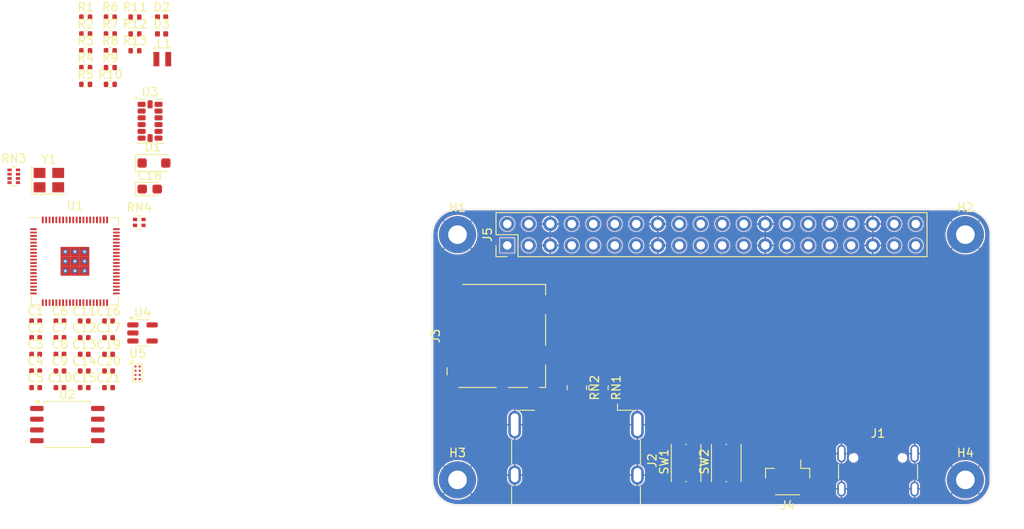
<source format=kicad_pcb>
(kicad_pcb (version 20240108) (generator "pcbnew") (generator_version "8.0")
  (layers (0 "F.Cu" signal) (31 "B.Cu" signal) (34 "B.Paste" user) (35 "F.Paste" user) (36 "B.SilkS" user "B.Silkscreen") (37 "F.SilkS" user "F.Silkscreen") (38 "B.Mask" user) (39 "F.Mask" user) (44 "Edge.Cuts" user))
  (net 0 "")
  (net 1 "+3.3V")
  (net 2 "GND")
  (net 3 "+1V1")
  (net 4 "/VREG_AVDD")
  (net 5 "Net-(U1-XIN)")
  (net 6 "Net-(U1-XOUT)")
  (net 7 "Net-(U4-BP)")
  (net 8 "VSYS")
  (net 9 "+3V3")
  (net 10 "VBUS")
  (net 11 "Net-(D2-A)")
  (net 12 "Net-(D3-A)")
  (net 15 "Net-(J1-CC2)")
  (net 16 "/USB_DM")
  (net 17 "/USB_DP")
  (net 18 "Net-(J1-CC1)")
  (net 19 "Net-(J2-D2+)")
  (net 20 "Net-(J2-D1+)")
  (net 21 "Net-(J2-D0+)")
  (net 23 "Net-(J2-CK+)")
  (net 24 "Net-(J2-SCL)")
  (net 25 "Net-(J2-D0-)")
  (net 26 "/DVI_CEC")
  (net 27 "Net-(J2-D2-)")
  (net 28 "Net-(J2-D1-)")
  (net 29 "Net-(J2-SDA)")
  (net 30 "Net-(J2-CK-)")
  (net 31 "Net-(J2-HPD)")
  (net 32 "/TF_CMD")
  (net 34 "/TF_CLK")
  (net 36 "/TF_D3")
  (net 37 "/TF_D1")
  (net 38 "/TF_D2")
  (net 39 "/TF_D0")
  (net 40 "/DBG_CLK")
  (net 41 "/DBG_DAT")
  (net 42 "/P40")
  (net 43 "/P33")
  (net 44 "/P4")
  (net 45 "/P41")
  (net 46 "/P28")
  (net 47 "/P47")
  (net 48 "/P2")
  (net 49 "/P37")
  (net 50 "/P0")
  (net 51 "/P35")
  (net 52 "/P38")
  (net 53 "/P5")
  (net 54 "/P32")
  (net 55 "/P30")
  (net 56 "/P31")
  (net 57 "/P34")
  (net 58 "/P42")
  (net 59 "/P3")
  (net 60 "/P45")
  (net 61 "/P1")
  (net 62 "/P7")
  (net 63 "/P6")
  (net 65 "/P43")
  (net 66 "/P36")
  (net 67 "/P44")
  (net 68 "/P46")
  (net 69 "/P39")
  (net 70 "/P29")
  (net 71 "/VREG_LX")
  (net 72 "Net-(R2-Pad1)")
  (net 73 "/FLASH_CS")
  (net 74 "Net-(U3-~{CS})")
  (net 75 "Net-(U3-SDO{slash}ADDR)")
  (net 76 "/DVI_HOTPLUG")
  (net 77 "Net-(U1-USB_DP)")
  (net 78 "Net-(U1-USB_DM)")
  (net 79 "Net-(R12-Pad1)")
  (net 80 "/RESET")
  (net 81 "/DVI_L1M")
  (net 82 "/DVI_L2M")
  (net 83 "/DVI_L2P")
  (net 84 "/DVI_L1P")
  (net 85 "/DVI_CKM")
  (net 86 "/DVI_CKP")
  (net 87 "/DVI_L0M")
  (net 88 "/DVI_L0P")
  (net 89 "/DVI_SDA")
  (net 90 "/DVI_SCL")
  (net 91 "/FLASH_SD0")
  (net 92 "/GYRO_SCL")
  (net 93 "/FLASH_SD1")
  (net 94 "/GYRO_SDA")
  (net 95 "/FLASH_SD2")
  (net 96 "/FLASH_SD3")
  (net 97 "/FLASH_CLK")
  (footprint "Connector_Card:microSD_HC_Molex_104031-0811" (layer "F.Cu") (at 92.5875 54 90)
    (property "Reference" "J3" (at 0 -7.18 90) (layer "F.SilkS"))
    (property "Value" "Micro_SD_Card_Det_Hirose_DM3AT")
    (pad "1" smd rect (at -3.105 -5.45 90) (size 0.85 1.1) (layers "F.Cu" "F.Paste" "F.Mask") (net 38 "/TF_D2"))
    (pad "2" smd rect (at -2.005 -5.45 90) (size 0.85 1.1) (layers "F.Cu" "F.Paste" "F.Mask") (net 36 "/TF_D3"))
    (pad "3" smd rect (at -0.905 -5.45 90) (size 0.85 1.1) (layers "F.Cu" "F.Paste" "F.Mask") (net 32 "/TF_CMD"))
    (pad "4" smd rect (at 0.195 -5.45 90) (size 0.85 1.1) (layers "F.Cu" "F.Paste" "F.Mask") (net 9 "+3V3"))
    (pad "5" smd rect (at 1.295 -5.45 90) (size 0.85 1.1) (layers "F.Cu" "F.Paste" "F.Mask") (net 34 "/TF_CLK"))
    (pad "6" smd rect (at 2.395 -5.45 90) (size 0.85 1.1) (layers "F.Cu" "F.Paste" "F.Mask") (net 2 "GND"))
    (pad "7" smd rect (at 3.495 -5.45 90) (size 0.85 1.1) (layers "F.Cu" "F.Paste" "F.Mask") (net 39 "/TF_D0"))
    (pad "8" smd rect (at 4.545 -5.45 90) (size 0.75 1.1) (layers "F.Cu" "F.Paste" "F.Mask") (net 37 "/TF_D1"))
    (pad "9" smd rect (at -5.74 0.7 90) (size 1.2 1) (layers "F.Cu" "F.Paste" "F.Mask"))
    (pad "10" smd rect (at -5.74 4.4 90) (size 1.2 1) (layers "F.Cu" "F.Paste" "F.Mask"))
    (pad "11" smd rect (at -5.565 -5.325 90) (size 1.55 1.35) (layers "F.Cu" "F.Paste" "F.Mask") (net 2 "GND"))
    (pad "11" smd rect (at -2.24 5.375 90) (size 1.9 1.35) (layers "F.Cu" "F.Paste" "F.Mask") (net 2 "GND"))
    (pad "11" smd rect (at 3.73 5.375 90) (size 1.9 1.35) (layers "F.Cu" "F.Paste" "F.Mask") (net 2 "GND"))
    (pad "11" smd rect (at 5.755 -5.1 90) (size 1.17 1.8) (layers "F.Cu" "F.Paste" "F.Mask") (net 2 "GND"))
  )
  (footprint "Resistor_SMD:R_0402_1005Metric" (layer "F.Cu") (at 44.07 22.24)
    (property "Reference" "R4" (at 0 -1.17 0) (layer "F.SilkS"))
    (property "Value" "10k")
    (pad "1" smd roundrect (at -0.51 0) (size 0.54 0.64) (layers "F.Cu" "F.Paste" "F.Mask") (net 2 "GND"))
    (pad "2" smd roundrect (at 0.51 0) (size 0.54 0.64) (layers "F.Cu" "F.Paste" "F.Mask") (net 75 "Net-(U3-SDO{slash}ADDR)"))
  )
  (footprint "Capacitor_SMD:C_0402_1005Metric" (layer "F.Cu") (at 43.9 60.09)
    (property "Reference" "C15" (at 0 -1.16 0) (layer "F.SilkS"))
    (property "Value" "15p")
    (pad "1" smd roundrect (at -0.48 0) (size 0.56 0.62) (layers "F.Cu" "F.Paste" "F.Mask") (net 6 "Net-(U1-XOUT)"))
    (pad "2" smd roundrect (at 0.48 0) (size 0.56 0.62) (layers "F.Cu" "F.Paste" "F.Mask") (net 2 "GND"))
  )
  (footprint "Capacitor_SMD:C_0402_1005Metric" (layer "F.Cu") (at 46.77 60.09)
    (property "Reference" "C21" (at 0 -1.16 0) (layer "F.SilkS"))
    (property "Value" "100n")
    (pad "1" smd roundrect (at -0.48 0) (size 0.56 0.62) (layers "F.Cu" "F.Paste" "F.Mask") (net 2 "GND"))
    (pad "2" smd roundrect (at 0.48 0) (size 0.56 0.62) (layers "F.Cu" "F.Paste" "F.Mask") (net 9 "+3V3"))
  )
  (footprint "Capacitor_SMD:C_0402_1005Metric" (layer "F.Cu") (at 41.03 54.18)
    (property "Reference" "C7" (at 0 -1.16 0) (layer "F.SilkS"))
    (property "Value" "100n")
    (pad "1" smd roundrect (at -0.48 0) (size 0.56 0.62) (layers "F.Cu" "F.Paste" "F.Mask") (net 1 "+3.3V"))
    (pad "2" smd roundrect (at 0.48 0) (size 0.56 0.62) (layers "F.Cu" "F.Paste" "F.Mask") (net 2 "GND"))
  )
  (footprint "LED_SMD:LED_0402_1005Metric" (layer "F.Cu") (at 53.035 18.26)
    (property "Reference" "D3" (at 0 -1.17 0) (layer "F.SilkS"))
    (property "Value" "EMERALD")
    (pad "1" smd roundrect (at -0.485 0) (size 0.59 0.64) (layers "F.Cu" "F.Paste" "F.Mask") (net 2 "GND"))
    (pad "2" smd roundrect (at 0.485 0) (size 0.59 0.64) (layers "F.Cu" "F.Paste" "F.Mask") (net 12 "Net-(D3-A)"))
  )
  (footprint "Package_SO:SOIC-8_5.23x5.23mm_P1.27mm" (layer "F.Cu") (at 41.9 64.46)
    (property "Reference" "U2" (at 0 -3.56 0) (layer "F.SilkS"))
    (property "Value" "W25Q128JVS")
    (pad "1" smd roundrect (at -3.6 -1.905) (size 1.6 0.6) (layers "F.Cu" "F.Paste" "F.Mask") (net 73 "/FLASH_CS"))
    (pad "2" smd roundrect (at -3.6 -0.635) (size 1.6 0.6) (layers "F.Cu" "F.Paste" "F.Mask") (net 93 "/FLASH_SD1"))
    (pad "3" smd roundrect (at -3.6 0.635) (size 1.6 0.6) (layers "F.Cu" "F.Paste" "F.Mask") (net 95 "/FLASH_SD2"))
    (pad "4" smd roundrect (at -3.6 1.905) (size 1.6 0.6) (layers "F.Cu" "F.Paste" "F.Mask") (net 2 "GND"))
    (pad "5" smd roundrect (at 3.6 1.905) (size 1.6 0.6) (layers "F.Cu" "F.Paste" "F.Mask") (net 91 "/FLASH_SD0"))
    (pad "6" smd roundrect (at 3.6 0.635) (size 1.6 0.6) (layers "F.Cu" "F.Paste" "F.Mask") (net 97 "/FLASH_CLK"))
    (pad "7" smd roundrect (at 3.6 -0.635) (size 1.6 0.6) (layers "F.Cu" "F.Paste" "F.Mask") (net 96 "/FLASH_SD3"))
    (pad "8" smd roundrect (at 3.6 -1.905) (size 1.6 0.6) (layers "F.Cu" "F.Paste" "F.Mask") (net 1 "+3.3V"))
  )
  (footprint "Resistor_SMD:R_0402_1005Metric" (layer "F.Cu") (at 49.89 18.26)
    (property "Reference" "R12" (at 0 -1.17 0) (layer "F.SilkS"))
    (property "Value" "1k")
    (pad "1" smd roundrect (at -0.51 0) (size 0.54 0.64) (layers "F.Cu" "F.Paste" "F.Mask") (net 79 "Net-(R12-Pad1)"))
    (pad "2" smd roundrect (at 0.51 0) (size 0.54 0.64) (layers "F.Cu" "F.Paste" "F.Mask") (net 80 "/RESET"))
  )
  (footprint "MountingHole:MountingHole_2.2mm_M2_Pad_TopBottom" (layer "F.Cu") (at 88 42)
    (property "Reference" "H1" (at 0 -3.2 0) (layer "F.SilkS"))
    (property "Value" "MountingHole_Pad")
    (pad "1" thru_hole circle (at 0 0) (size 2.6 2.6) (drill 2.2) (layers "*.Cu" "*.Mask") (net 2 "GND"))
    (pad "1" connect circle (at 0 0) (size 4.4 4.4) (layers "F.Cu" "F.Mask") (net 2 "GND"))
    (pad "1" connect circle (at 0 0) (size 4.4 4.4) (layers "B.Cu" "B.Mask") (net 2 "GND"))
  )
  (footprint "Resistor_SMD:R_0402_1005Metric" (layer "F.Cu") (at 44.07 24.23)
    (property "Reference" "R5" (at 0 -1.17 0) (layer "F.SilkS"))
    (property "Value" "5.1k")
    (pad "1" smd roundrect (at -0.51 0) (size 0.54 0.64) (layers "F.Cu" "F.Paste" "F.Mask") (net 18 "Net-(J1-CC1)"))
    (pad "2" smd roundrect (at 0.51 0) (size 0.54 0.64) (layers "F.Cu" "F.Paste" "F.Mask") (net 2 "GND"))
  )
  (footprint "Capacitor_SMD:C_0402_1005Metric" (layer "F.Cu") (at 38.16 58.12)
    (property "Reference" "C4" (at 0 -1.16 0) (layer "F.SilkS"))
    (property "Value" "4.7u")
    (pad "1" smd roundrect (at -0.48 0) (size 0.56 0.62) (layers "F.Cu" "F.Paste" "F.Mask") (net 4 "/VREG_AVDD"))
    (pad "2" smd roundrect (at 0.48 0) (size 0.56 0.62) (layers "F.Cu" "F.Paste" "F.Mask") (net 2 "GND"))
  )
  (footprint "Capacitor_SMD:C_0402_1005Metric" (layer "F.Cu") (at 43.9 54.18)
    (property "Reference" "C12" (at 0 -1.16 0) (layer "F.SilkS"))
    (property "Value" "100n")
    (pad "1" smd roundrect (at -0.48 0) (size 0.56 0.62) (layers "F.Cu" "F.Paste" "F.Mask") (net 1 "+3.3V"))
    (pad "2" smd roundrect (at 0.48 0) (size 0.56 0.62) (layers "F.Cu" "F.Paste" "F.Mask") (net 2 "GND"))
  )
  (footprint "Capacitor_SMD:C_0402_1005Metric" (layer "F.Cu") (at 46.77 54.18)
    (property "Reference" "C17" (at 0 -1.16 0) (layer "F.SilkS"))
    (property "Value" "470p")
    (pad "1" smd roundrect (at -0.48 0) (size 0.56 0.62) (layers "F.Cu" "F.Paste" "F.Mask") (net 7 "Net-(U4-BP)"))
    (pad "2" smd roundrect (at 0.48 0) (size 0.56 0.62) (layers "F.Cu" "F.Paste" "F.Mask") (net 2 "GND"))
  )
  (footprint "RP2350_80QFN_minimal:L_pol_2016" (layer "F.Cu") (at 53.12 21.246421)
    (property "Reference" "L1" (at 0.2 -1.8 0) (layer "F.SilkS"))
    (property "Value" "3.3u")
    (pad "1" smd rect (at -0.7 0) (size 0.7 1.7) (layers "F.Cu" "F.Paste" "F.Mask") (net 3 "+1V1"))
    (pad "2" smd rect (at 0.7 0) (size 0.7 1.7) (layers "F.Cu" "F.Paste" "F.Mask") (net 71 "/VREG_LX"))
  )
  (footprint "Resistor_SMD:R_Array_Convex_2x0402" (layer "F.Cu") (at 50.4 40.55)
    (property "Reference" "RN4" (at 0 -1.75 0) (layer "F.SilkS"))
    (property "Value" "47k")
    (pad "1" smd rect (at -0.5 -0.35) (size 0.5 0.4) (layers "F.Cu" "F.Paste" "F.Mask") (net 39 "/TF_D0"))
    (pad "2" smd rect (at -0.5 0.35) (size 0.5 0.4) (layers "F.Cu" "F.Paste" "F.Mask") (net 37 "/TF_D1"))
    (pad "3" smd rect (at 0.5 0.35) (size 0.5 0.4) (layers "F.Cu" "F.Paste" "F.Mask") (net 9 "+3V3"))
    (pad "4" smd rect (at 0.5 -0.35) (size 0.5 0.4) (layers "F.Cu" "F.Paste" "F.Mask") (net 9 "+3V3"))
  )
  (footprint "Capacitor_SMD:C_0402_1005Metric" (layer "F.Cu") (at 46.77 56.15)
    (property "Reference" "C19" (at 0 -1.16 0) (layer "F.SilkS"))
    (property "Value" "0.1u")
    (pad "1" smd roundrect (at -0.48 0) (size 0.56 0.62) (layers "F.Cu" "F.Paste" "F.Mask") (net 2 "GND"))
    (pad "2" smd roundrect (at 0.48 0) (size 0.56 0.62) (layers "F.Cu" "F.Paste" "F.Mask") (net 1 "+3.3V"))
  )
  (footprint "Resistor_SMD:R_0402_1005Metric" (layer "F.Cu") (at 46.98 18.26)
    (property "Reference" "R7" (at 0 -1.17 0) (layer "F.SilkS"))
    (property "Value" "330")
    (pad "1" smd roundrect (at -0.51 0) (size 0.54 0.64) (layers "F.Cu" "F.Paste" "F.Mask") (net 1 "+3.3V"))
    (pad "2" smd roundrect (at 0.51 0) (size 0.54 0.64) (layers "F.Cu" "F.Paste" "F.Mask") (net 11 "Net-(D2-A)"))
  )
  (footprint "Resistor_SMD:R_0402_1005Metric" (layer "F.Cu") (at 49.89 20.25)
    (property "Reference" "R13" (at 0 -1.17 0) (layer "F.SilkS"))
    (property "Value" "330")
    (pad "1" smd roundrect (at -0.51 0) (size 0.54 0.64) (layers "F.Cu" "F.Paste" "F.Mask") (net 46 "/P28"))
    (pad "2" smd roundrect (at 0.51 0) (size 0.54 0.64) (layers "F.Cu" "F.Paste" "F.Mask") (net 12 "Net-(D3-A)"))
  )
  (footprint "Package_LGA:LGA-14_3x5mm_P0.8mm_LayoutBorder1x6y" (layer "F.Cu") (at 51.675 28.585)
    (property "Reference" "U3" (at 0 -3.45 0) (layer "F.SilkS"))
    (property "Value" "ADXL345")
    (pad "1" smd roundrect (at -1 -2) (size 0.95 0.6) (layers "F.Cu" "F.Paste" "F.Mask") (net 1 "+3.3V"))
    (pad "2" smd roundrect (at -1 -1.2) (size 0.95 0.6) (layers "F.Cu" "F.Paste" "F.Mask") (net 2 "GND"))
    (pad "3" smd roundrect (at -1 -0.4) (size 0.95 0.6) (layers "F.Cu" "F.Paste" "F.Mask"))
    (pad "4" smd roundrect (at -1 0.4) (size 0.95 0.6) (layers "F.Cu" "F.Paste" "F.Mask") (net 2 "GND"))
    (pad "5" smd roundrect (at -1 1.2) (size 0.95 0.6) (layers "F.Cu" "F.Paste" "F.Mask") (net 2 "GND"))
    (pad "6" smd roundrect (at -1 2) (size 0.95 0.6) (layers "F.Cu" "F.Paste" "F.Mask") (net 1 "+3.3V"))
    (pad "7" smd roundrect (at 0 2) (size 0.6 0.95) (layers "F.Cu" "F.Paste" "F.Mask") (net 74 "Net-(U3-~{CS})"))
    (pad "8" smd roundrect (at 1 2) (size 0.95 0.6) (layers "F.Cu" "F.Paste" "F.Mask"))
    (pad "9" smd roundrect (at 1 1.2) (size 0.95 0.6) (layers "F.Cu" "F.Paste" "F.Mask"))
    (pad "10" smd roundrect (at 1 0.4) (size 0.95 0.6) (layers "F.Cu" "F.Paste" "F.Mask"))
    (pad "11" smd roundrect (at 1 -0.4) (size 0.95 0.6) (layers "F.Cu" "F.Paste" "F.Mask"))
    (pad "12" smd roundrect (at 1 -1.2) (size 0.95 0.6) (layers "F.Cu" "F.Paste" "F.Mask") (net 75 "Net-(U3-SDO{slash}ADDR)"))
    (pad "13" smd roundrect (at 1 -2) (size 0.95 0.6) (layers "F.Cu" "F.Paste" "F.Mask") (net 94 "/GYRO_SDA"))
    (pad "14" smd roundrect (at 0 -2) (size 0.6 0.95) (layers "F.Cu" "F.Paste" "F.Mask") (net 92 "/GYRO_SCL"))
  )
  (footprint "Connector_Video:HDMI_A_Molex_208658-1001_Horizontal" (layer "F.Cu") (at 102 67 -90)
    (property "Reference" "J2" (at 1.715 -9 90) (layer "F.SilkS"))
    (property "Value" "HDMI_A")
    (pad "1" smd rect (at -3.285 -4.5 270) (size 2.6 0.3) (layers "F.Cu" "F.Paste" "F.Mask") (net 19 "Net-(J2-D2+)"))
    (pad "2" smd rect (at -3.285 -4 270) (size 2.6 0.3) (layers "F.Cu" "F.Paste" "F.Mask") (net 2 "GND"))
    (pad "3" smd rect (at -3.285 -3.5 270) (size 2.6 0.3) (layers "F.Cu" "F.Paste" "F.Mask") (net 27 "Net-(J2-D2-)"))
    (pad "4" smd rect (at -3.285 -3 270) (size 2.6 0.3) (layers "F.Cu" "F.Paste" "F.Mask") (net 20 "Net-(J2-D1+)"))
    (pad "5" smd rect (at -3.285 -2.5 270) (size 2.6 0.3) (layers "F.Cu" "F.Paste" "F.Mask") (net 2 "GND"))
    (pad "6" smd rect (at -3.285 -2 270) (size 2.6 0.3) (layers "F.Cu" "F.Paste" "F.Mask") (net 28 "Net-(J2-D1-)"))
    (pad "7" smd rect (at -3.285 -1.5 270) (size 2.6 0.3) (layers "F.Cu" "F.Paste" "F.Mask") (net 21 "Net-(J2-D0+)"))
    (pad "8" smd rect (at -3.285 -1 270) (size 2.6 0.3) (layers "F.Cu" "F.Paste" "F.Mask") (net 2 "GND"))
    (pad "9" smd rect (at -3.285 -0.5 270) (size 2.6 0.3) (layers "F.Cu" "F.Paste" "F.Mask") (net 25 "Net-(J2-D0-)"))
    (pad "10" smd rect (at -3.285 0 270) (size 2.6 0.3) (layers "F.Cu" "F.Paste" "F.Mask") (net 23 "Net-(J2-CK+)"))
    (pad "11" smd rect (at -3.285 0.5 270) (size 2.6 0.3) (layers "F.Cu" "F.Paste" "F.Mask") (net 2 "GND"))
    (pad "12" smd rect (at -3.285 1 270) (size 2.6 0.3) (layers "F.Cu" "F.Paste" "F.Mask") (net 30 "Net-(J2-CK-)"))
    (pad "13" smd rect (at -3.285 1.5 270) (size 2.6 0.3) (layers "F.Cu" "F.Paste" "F.Mask") (net 26 "/DVI_CEC"))
    (pad "14" smd rect (at -3.285 2 270) (size 2.6 0.3) (layers "F.Cu" "F.Paste" "F.Mask"))
    (pad "15" smd rect (at -3.285 2.5 270) (size 2.6 0.3) (layers "F.Cu" "F.Paste" "F.Mask") (net 24 "Net-(J2-SCL)"))
    (pad "16" smd rect (at -3.285 3 270) (size 2.6 0.3) (layers "F.Cu" "F.Paste" "F.Mask") (net 29 "Net-(J2-SDA)"))
    (pad "17" smd rect (at -3.285 3.5 270) (size 2.6 0.3) (layers "F.Cu" "F.Paste" "F.Mask") (net 2 "GND"))
    (pad "18" smd rect (at -3.285 4 270) (size 2.6 0.3) (layers "F.Cu" "F.Paste" "F.Mask") (net 8 "VSYS"))
    (pad "19" smd rect (at -3.285 4.5 270) (size 2.6 0.3) (layers "F.Cu" "F.Paste" "F.Mask") (net 31 "Net-(J2-HPD)"))
    (pad "SH" thru_hole oval (at -2.525 -7.25 270) (size 3.3 1.5) (drill oval 2.7 0.9) (layers "*.Cu" "*.Mask") (net 2 "GND"))
    (pad "SH" thru_hole oval (at -2.525 7.25 270) (size 3.3 1.5) (drill oval 2.7 0.9) (layers "*.Cu" "*.Mask") (net 2 "GND"))
    (pad "SH" thru_hole oval (at 3.435 -7.25 270) (size 2.3 1.5) (drill oval 1.7 0.9) (layers "*.Cu" "*.Mask") (net 2 "GND"))
    (pad "SH" thru_hole oval (at 3.435 7.25 270) (size 2.3 1.5) (drill oval 1.7 0.9) (layers "*.Cu" "*.Mask") (net 2 "GND"))
  )
  (footprint "Connector_USB:USB_C_Receptacle_GCT_USB4105-xx-A_16P_TopMnt_Horizontal" (layer "F.Cu") (at 137.68 71)
    (property "Reference" "J1" (at 0 -5.5 0) (layer "F.SilkS"))
    (property "Value" "USB_C_Receptacle_USB2.0_16P")
    (pad "" np_thru_hole circle (at -2.89 -2.605) (size 0.65 0.65) (drill 0.65) (layers "F&B.Cu" "*.Mask"))
    (pad "" np_thru_hole circle (at 2.89 -2.605) (size 0.65 0.65) (drill 0.65) (layers "F&B.Cu" "*.Mask"))
    (pad "A1" smd roundrect (at -3.2 -3.68) (size 0.6 1.15) (layers "F.Cu" "F.Paste" "F.Mask") (net 2 "GND"))
    (pad "A4" smd roundrect (at -2.4 -3.68) (size 0.6 1.15) (layers "F.Cu" "F.Paste" "F.Mask") (net 10 "VBUS"))
    (pad "A5" smd roundrect (at -1.25 -3.68) (size 0.3 1.15) (layers "F.Cu" "F.Paste" "F.Mask") (net 18 "Net-(J1-CC1)"))
    (pad "A6" smd roundrect (at -0.25 -3.68) (size 0.3 1.15) (layers "F.Cu" "F.Paste" "F.Mask") (net 17 "/USB_DP"))
    (pad "A7" smd roundrect (at 0.25 -3.68) (size 0.3 1.15) (layers "F.Cu" "F.Paste" "F.Mask") (net 16 "/USB_DM"))
    (pad "A8" smd roundrect (at 1.25 -3.68) (size 0.3 1.15) (layers "F.Cu" "F.Paste" "F.Mask"))
    (pad "A9" smd roundrect (at 2.4 -3.68) (size 0.6 1.15) (layers "F.Cu" "F.Paste" "F.Mask") (net 10 "VBUS"))
    (pad "A12" smd roundrect (at 3.2 -3.68) (size 0.6 1.15) (layers "F.Cu" "F.Paste" "F.Mask") (net 2 "GND"))
    (pad "B1" smd roundrect (at 3.2 -3.68) (size 0.6 1.15) (layers "F.Cu" "F.Paste" "F.Mask") (net 2 "GND"))
    (pad "B4" smd roundrect (at 2.4 -3.68) (size 0.6 1.15) (layers "F.Cu" "F.Paste" "F.Mask") (net 10 "VBUS"))
    (pad "B5" smd roundrect (at 1.75 -3.68) (size 0.3 1.15) (layers "F.Cu" "F.Paste" "F.Mask") (net 15 "Net-(J1-CC2)"))
    (pad "B6" smd roundrect (at 0.75 -3.68) (size 0.3 1.15) (layers "F.Cu" "F.Paste" "F.Mask") (net 17 "/USB_DP"))
    (pad "B7" smd roundrect (at -0.75 -3.68) (size 0.3 1.15) (layers "F.Cu" "F.Paste" "F.Mask") (net 16 "/USB_DM"))
    (pad "B8" smd roundrect (at -1.75 -3.68) (size 0.3 1.15) (layers "F.Cu" "F.Paste" "F.Mask"))
    (pad "B9" smd roundrect (at -2.4 -3.68) (size 0.6 1.15) (layers "F.Cu" "F.Paste" "F.Mask") (net 10 "VBUS"))
    (pad "B12" smd roundrect (at -3.2 -3.68) (size 0.6 1.15) (layers "F.Cu" "F.Paste" "F.Mask") (net 2 "GND"))
    (pad "S1" thru_hole oval (at -4.32 -3.105) (size 1 2.1) (drill oval 0.6 1.7) (layers "*.Cu" "*.Mask" "F.Paste") (net 2 "GND"))
    (pad "S1" thru_hole oval (at -4.32 1.075) (size 1 1.8) (drill oval 0.6 1.4) (layers "*.Cu" "*.Mask" "F.Paste") (net 2 "GND"))
    (pad "S1" thru_hole oval (at 4.32 -3.105) (size 1 2.1) (drill oval 0.6 1.7) (layers "*.Cu" "*.Mask" "F.Paste") (net 2 "GND"))
    (pad "S1" thru_hole oval (at 4.32 1.075) (size 1 1.8) (drill oval 0.6 1.4) (layers "*.Cu" "*.Mask" "F.Paste") (net 2 "GND"))
  )
  (footprint "Connector_PinHeader_2.54mm:PinHeader_2x20_P2.54mm_Vertical" (layer "F.Cu") (at 93.875 43.275 90)
    (property "Reference" "J5" (at 1.27 -2.33 90) (layer "F.SilkS"))
    (property "Value" "Conn_02x20_Odd_Even")
    (pad "1" thru_hole rect (at 0 0 90) (size 1.7 1.7) (drill 1) (layers "*.Cu" "*.Mask") (net 50 "/P0"))
    (pad "2" thru_hole oval (at 2.54 0 90) (size 1.7 1.7) (drill 1) (layers "*.Cu" "*.Mask") (net 10 "VBUS"))
    (pad "3" thru_hole oval (at 0 2.54 90) (size 1.7 1.7) (drill 1) (layers "*.Cu" "*.Mask") (net 61 "/P1"))
    (pad "4" thru_hole oval (at 2.54 2.54 90) (size 1.7 1.7) (drill 1) (layers "*.Cu" "*.Mask") (net 8 "VSYS"))
    (pad "5" thru_hole oval (at 0 5.08 90) (size 1.7 1.7) (drill 1) (layers "*.Cu" "*.Mask") (net 2 "GND"))
    (pad "6" thru_hole oval (at 2.54 5.08 90) (size 1.7 1.7) (drill 1) (layers "*.Cu" "*.Mask") (net 2 "GND"))
    (pad "7" thru_hole oval (at 0 7.62 90) (size 1.7 1.7) (drill 1) (layers "*.Cu" "*.Mask") (net 48 "/P2"))
    (pad "8" thru_hole oval (at 2.54 7.62 90) (size 1.7 1.7) (drill 1) (layers "*.Cu" "*.Mask") (net 1 "+3.3V"))
    (pad "9" thru_hole oval (at 0 10.16 90) (size 1.7 1.7) (drill 1) (layers "*.Cu" "*.Mask") (net 59 "/P3"))
    (pad "10" thru_hole oval (at 2.54 10.16 90) (size 1.7 1.7) (drill 1) (layers "*.Cu" "*.Mask"))
    (pad "11" thru_hole oval (at 0 12.7 90) (size 1.7 1.7) (drill 1) (layers "*.Cu" "*.Mask") (net 44 "/P4"))
    (pad "12" thru_hole oval (at 2.54 12.7 90) (size 1.7 1.7) (drill 1) (layers "*.Cu" "*.Mask") (net 47 "/P47"))
    (pad "13" thru_hole oval (at 0 15.24 90) (size 1.7 1.7) (drill 1) (layers "*.Cu" "*.Mask") (net 53 "/P5"))
    (pad "14" thru_hole oval (at 2.54 15.24 90) (size 1.7 1.7) (drill 1) (layers "*.Cu" "*.Mask") (net 68 "/P46"))
    (pad "15" thru_hole oval (at 0 17.78 90) (size 1.7 1.7) (drill 1) (layers "*.Cu" "*.Mask") (net 2 "GND"))
    (pad "16" thru_hole oval (at 2.54 17.78 90) (size 1.7 1.7) (drill 1) (layers "*.Cu" "*.Mask") (net 2 "GND"))
    (pad "17" thru_hole oval (at 0 20.32 90) (size 1.7 1.7) (drill 1) (layers "*.Cu" "*.Mask") (net 63 "/P6"))
    (pad "18" thru_hole oval (at 2.54 20.32 90) (size 1.7 1.7) (drill 1) (layers "*.Cu" "*.Mask") (net 60 "/P45"))
    (pad "19" thru_hole oval (at 0 22.86 90) (size 1.7 1.7) (drill 1) (layers "*.Cu" "*.Mask") (net 62 "/P7"))
    (pad "20" thru_hole oval (at 2.54 22.86 90) (size 1.7 1.7) (drill 1) (layers "*.Cu" "*.Mask") (net 67 "/P44"))
    (pad "21" thru_hole oval (at 0 25.4 90) (size 1.7 1.7) (drill 1) (layers "*.Cu" "*.Mask") (net 46 "/P28"))
    (pad "22" thru_hole oval (at 2.54 25.4 90) (size 1.7 1.7) (drill 1) (layers "*.Cu" "*.Mask") (net 65 "/P43"))
    (pad "23" thru_hole oval (at 0 27.94 90) (size 1.7 1.7) (drill 1) (layers "*.Cu" "*.Mask") (net 70 "/P29"))
    (pad "24" thru_hole oval (at 2.54 27.94 90) (size 1.7 1.7) (drill 1) (layers "*.Cu" "*.Mask") (net 58 "/P42"))
    (pad "25" thru_hole oval (at 0 30.48 90) (size 1.7 1.7) (drill 1) (layers "*.Cu" "*.Mask") (net 2 "GND"))
    (pad "26" thru_hole oval (at 2.54 30.48 90) (size 1.7 1.7) (drill 1) (layers "*.Cu" "*.Mask") (net 2 "GND"))
    (pad "27" thru_hole oval (at 0 33.02 90) (size 1.7 1.7) (drill 1) (layers "*.Cu" "*.Mask") (net 55 "/P30"))
    (pad "28" thru_hole oval (at 2.54 33.02 90) (size 1.7 1.7) (drill 1) (layers "*.Cu" "*.Mask") (net 45 "/P41"))
    (pad "29" thru_hole oval (at 0 35.56 90) (size 1.7 1.7) (drill 1) (layers "*.Cu" "*.Mask") (net 56 "/P31"))
    (pad "30" thru_hole oval (at 2.54 35.56 90) (size 1.7 1.7) (drill 1) (layers "*.Cu" "*.Mask") (net 42 "/P40"))
    (pad "31" thru_hole oval (at 0 38.1 90) (size 1.7 1.7) (drill 1) (layers "*.Cu" "*.Mask") (net 54 "/P32"))
    (pad "32" thru_hole oval (at 2.54 38.1 90) (size 1.7 1.7) (drill 1) (layers "*.Cu" "*.Mask") (net 69 "/P39"))
    (pad "33" thru_hole oval (at 0 40.64 90) (size 1.7 1.7) (drill 1) (layers "*.Cu" "*.Mask") (net 43 "/P33"))
    (pad "34" thru_hole oval (at 2.54 40.64 90) (size 1.7 1.7) (drill 1) (layers "*.Cu" "*.Mask") (net 52 "/P38"))
    (pad "35" thru_hole oval (at 0 43.18 90) (size 1.7 1.7) (drill 1) (layers "*.Cu" "*.Mask") (net 2 "GND"))
    (pad "36" thru_hole oval (at 2.54 43.18 90) (size 1.7 1.7) (drill 1) (layers "*.Cu" "*.Mask") (net 2 "GND"))
    (pad "37" thru_hole oval (at 0 45.72 90) (size 1.7 1.7) (drill 1) (layers "*.Cu" "*.Mask") (net 57 "/P34"))
    (pad "38" thru_hole oval (at 2.54 45.72 90) (size 1.7 1.7) (drill 1) (layers "*.Cu" "*.Mask") (net 49 "/P37"))
    (pad "39" thru_hole oval (at 0 48.26 90) (size 1.7 1.7) (drill 1) (layers "*.Cu" "*.Mask") (net 51 "/P35"))
    (pad "40" thru_hole oval (at 2.54 48.26 90) (size 1.7 1.7) (drill 1) (layers "*.Cu" "*.Mask") (net 66 "/P36"))
  )
  (footprint "MountingHole:MountingHole_2.2mm_M2_Pad_TopBottom" (layer "F.Cu") (at 148 71)
    (property "Reference" "H4" (at 0 -3.2 0) (layer "F.SilkS"))
    (property "Value" "MountingHole_Pad")
    (pad "1" thru_hole circle (at 0 0) (size 2.6 2.6) (drill 2.2) (layers "*.Cu" "*.Mask") (net 2 "GND"))
    (pad "1" connect circle (at 0 0) (size 4.4 4.4) (layers "F.Cu" "F.Mask") (net 2 "GND"))
    (pad "1" connect circle (at 0 0) (size 4.4 4.4) (layers "B.Cu" "B.Mask") (net 2 "GND"))
  )
  (footprint "Button_Switch_SMD:SW_Push_1P1T_NO_Vertical_Wuerth_434133025816" (layer "F.Cu") (at 119.75 69 90)
    (property "Reference" "SW2" (at 0.15 -2.6 90) (layer "F.SilkS"))
    (property "Value" "SW_Push")
    (pad "1" smd rect (at -2.075 -1.075 90) (size 1.05 0.65) (layers "F.Cu" "F.Paste" "F.Mask") (net 2 "GND"))
    (pad "1" smd rect (at 2.075 -1.075 90) (size 1.05 0.65) (layers "F.Cu" "F.Paste" "F.Mask") (net 2 "GND"))
    (pad "2" smd rect (at -2.075 1.075 90) (size 1.05 0.65) (layers "F.Cu" "F.Paste" "F.Mask") (net 79 "Net-(R12-Pad1)"))
    (pad "2" smd rect (at 2.05 1.075 90) (size 1.05 0.65) (layers "F.Cu" "F.Paste" "F.Mask") (net 79 "Net-(R12-Pad1)"))
  )
  (footprint "Resistor_SMD:R_Array_Concave_4x0402" (layer "F.Cu") (at 102.1 60.1 -90)
    (property "Reference" "RN2" (at 0 -2.1 90) (layer "F.SilkS"))
    (property "Value" "220")
    (pad "1" smd rect (at -0.5 -0.75 270) (size 0.5 0.32) (layers "F.Cu" "F.Paste" "F.Mask") (net 88 "/DVI_L0P"))
    (pad "2" smd rect (at -0.5 -0.25 270) (size 0.5 0.32) (layers "F.Cu" "F.Paste" "F.Mask") (net 87 "/DVI_L0M"))
    (pad "3" smd rect (at -0.5 0.25 270) (size 0.5 0.32) (layers "F.Cu" "F.Paste" "F.Mask") (net 86 "/DVI_CKP"))
    (pad "4" smd rect (at -0.5 0.75 270) (size 0.5 0.32) (layers "F.Cu" "F.Paste" "F.Mask") (net 85 "/DVI_CKM"))
    (pad "5" smd rect (at 0.5 0.75 270) (size 0.5 0.32) (layers "F.Cu" "F.Paste" "F.Mask") (net 30 "Net-(J2-CK-)"))
    (pad "6" smd rect (at 0.5 0.25 270) (size 0.5 0.32) (layers "F.Cu" "F.Paste" "F.Mask") (net 23 "Net-(J2-CK+)"))
    (pad "7" smd rect (at 0.5 -0.25 270) (size 0.5 0.32) (layers "F.Cu" "F.Paste" "F.Mask") (net 25 "Net-(J2-D0-)"))
    (pad "8" smd rect (at 0.5 -0.75 270) (size 0.5 0.32) (layers "F.Cu" "F.Paste" "F.Mask") (net 21 "Net-(J2-D0+)"))
  )
  (footprint "Package_TO_SOT_SMD:SOT-23-5" (layer "F.Cu") (at 50.78 53.625)
    (property "Reference" "U4" (at 0 -2.4 0) (layer "F.SilkS"))
    (property "Value" "MIC5205-3.3YM5")
    (pad "1" smd roundrect (at -1.1375 -0.95) (size 1.325 0.6) (layers "F.Cu" "F.Paste" "F.Mask") (net 8 "VSYS"))
    (pad "2" smd roundrect (at -1.1375 0) (size 1.325 0.6) (layers "F.Cu" "F.Paste" "F.Mask") (net 2 "GND"))
    (pad "3" smd roundrect (at -1.1375 0.95) (size 1.325 0.6) (layers "F.Cu" "F.Paste" "F.Mask") (net 8 "VSYS"))
    (pad "4" smd roundrect (at 1.1375 0.95) (size 1.325 0.6) (layers "F.Cu" "F.Paste" "F.Mask") (net 7 "Net-(U4-BP)"))
    (pad "5" smd roundrect (at 1.1375 -0.95) (size 1.325 0.6) (layers "F.Cu" "F.Paste" "F.Mask") (net 1 "+3.3V"))
  )
  (footprint "Capacitor_SMD:C_0402_1005Metric" (layer "F.Cu") (at 41.03 56.15)
    (property "Reference" "C8" (at 0 -1.16 0) (layer "F.SilkS"))
    (property "Value" "100n")
    (pad "1" smd roundrect (at -0.48 0) (size 0.56 0.62) (layers "F.Cu" "F.Paste" "F.Mask") (net 1 "+3.3V"))
    (pad "2" smd roundrect (at 0.48 0) (size 0.56 0.62) (layers "F.Cu" "F.Paste" "F.Mask") (net 2 "GND"))
  )
  (footprint "Resistor_SMD:R_0402_1005Metric" (layer "F.Cu") (at 46.98 22.24)
    (property "Reference" "R9" (at 0 -1.17 0) (layer "F.SilkS"))
    (property "Value" "100k")
    (pad "1" smd roundrect (at -0.51 0) (size 0.54 0.64) (layers "F.Cu" "F.Paste" "F.Mask") (net 2 "GND"))
    (pad "2" smd roundrect (at 0.51 0) (size 0.54 0.64) (layers "F.Cu" "F.Paste" "F.Mask") (net 76 "/DVI_HOTPLUG"))
  )
  (footprint "Connector_JST:JST_SH_BM03B-SRSS-TB_1x03-1MP_P1.00mm_Vertical" (layer "F.Cu") (at 127 70.75 180)
    (property "Reference" "J4" (at 0 -3.3 360) (layer "F.SilkS"))
    (property "Value" "Conn_01x03")
    (pad "1" smd roundrect (at -1 1.325 180) (size 0.6 1.55) (layers "F.Cu" "F.Paste" "F.Mask") (net 41 "/DBG_DAT"))
    (pad "2" smd roundrect (at 0 1.325 180) (size 0.6 1.55) (layers "F.Cu" "F.Paste" "F.Mask") (net 2 "GND"))
    (pad "3" smd roundrect (at 1 1.325 180) (size 0.6 1.55) (layers "F.Cu" "F.Paste" "F.Mask") (net 40 "/DBG_CLK"))
    (pad "MP" smd roundrect (at -2.3 -1.2 180) (size 1.2 1.8) (layers "F.Cu" "F.Paste" "F.Mask") (roundrect_rratio 0.208333))
    (pad "MP" smd roundrect (at 2.3 -1.2 180) (size 1.2 1.8) (layers "F.Cu" "F.Paste" "F.Mask") (roundrect_rratio 0.208333))
  )
  (footprint "MountingHole:MountingHole_2.2mm_M2_Pad_TopBottom" (layer "F.Cu") (at 88 71)
    (property "Reference" "H3" (at 0 -3.2 0) (layer "F.SilkS"))
    (property "Value" "MountingHole_Pad")
    (pad "1" thru_hole circle (at 0 0) (size 2.6 2.6) (drill 2.2) (layers "*.Cu" "*.Mask") (net 2 "GND"))
    (pad "1" connect circle (at 0 0) (size 4.4 4.4) (layers "F.Cu" "F.Mask") (net 2 "GND"))
    (pad "1" connect circle (at 0 0) (size 4.4 4.4) (layers "B.Cu" "B.Mask") (net 2 "GND"))
  )
  (footprint "Resistor_SMD:R_0402_1005Metric" (layer "F.Cu") (at 49.89 16.27)
    (property "Reference" "R11" (at 0 -1.17 0) (layer "F.SilkS"))
    (property "Value" "200")
    (pad "1" smd roundrect (at -0.51 0) (size 0.54 0.64) (layers "F.Cu" "F.Paste" "F.Mask") (net 78 "Net-(U1-USB_DM)"))
    (pad "2" smd roundrect (at 0.51 0) (size 0.54 0.64) (layers "F.Cu" "F.Paste" "F.Mask") (net 16 "/USB_DM"))
  )
  (footprint "Diode_SMD:D_SOD-123F" (layer "F.Cu") (at 52.135 33.53)
    (property "Reference" "D1" (at -0.127 -1.905 0) (layer "F.SilkS"))
    (property "Value" "MBR120VLSFT1G")
    (pad "1" smd roundrect (at -1.4 0) (size 1.1 1.1) (layers "F.Cu" "F.Paste" "F.Mask") (roundrect_rratio 0.2272727273) (net 8 "VSYS"))
    (pad "2" smd roundrect (at 1.4 0) (size 1.1 1.1) (layers "F.Cu" "F.Paste" "F.Mask") (roundrect_rratio 0.2272727273) (net 10 "VBUS"))
  )
  (footprint "Capacitor_SMD:C_0402_1005Metric" (layer "F.Cu") (at 43.9 56.15)
    (property "Reference" "C13" (at 0 -1.16 0) (layer "F.SilkS"))
    (property "Value" "100n")
    (pad "1" smd roundrect (at -0.48 0) (size 0.56 0.62) (layers "F.Cu" "F.Paste" "F.Mask") (net 1 "+3.3V"))
    (pad "2" smd roundrect (at 0.48 0) (size 0.56 0.62) (layers "F.Cu" "F.Paste" "F.Mask") (net 2 "GND"))
  )
  (footprint "Resistor_SMD:R_0402_1005Metric" (layer "F.Cu") (at 44.07 20.25)
    (property "Reference" "R3" (at 0 -1.17 0) (layer "F.SilkS"))
    (property "Value" "10k")
    (pad "1" smd roundrect (at -0.51 0) (size 0.54 0.64) (layers "F.Cu" "F.Paste" "F.Mask") (net 1 "+3.3V"))
    (pad "2" smd roundrect (at 0.51 0) (size 0.54 0.64) (layers "F.Cu" "F.Paste" "F.Mask") (net 74 "Net-(U3-~{CS})"))
  )
  (footprint "Resistor_SMD:R_0402_1005Metric" (layer "F.Cu") (at 44.07 16.27)
    (property "Reference" "R1" (at 0 -1.17 0) (layer "F.SilkS"))
    (property "Value" "33")
    (pad "1" smd roundrect (at -0.51 0) (size 0.54 0.64) (layers "F.Cu" "F.Paste" "F.Mask") (net 1 "+3.3V"))
    (pad "2" smd roundrect (at 0.51 0) (size 0.54 0.64) (layers "F.Cu" "F.Paste" "F.Mask") (net 4 "/VREG_AVDD"))
  )
  (footprint "Capacitor_SMD:C_0402_1005Metric" (layer "F.Cu") (at 46.77 58.12)
    (property "Reference" "C20" (at 0 -1.16 0) (layer "F.SilkS"))
    (property "Value" "0.1u")
    (pad "1" smd roundrect (at -0.48 0) (size 0.56 0.62) (layers "F.Cu" "F.Paste" "F.Mask") (net 8 "VSYS"))
    (pad "2" smd roundrect (at 0.48 0) (size 0.56 0.62) (layers "F.Cu" "F.Paste" "F.Mask") (net 2 "GND"))
  )
  (footprint "Capacitor_SMD:C_0402_1005Metric" (layer "F.Cu") (at 38.16 52.21)
    (property "Reference" "C1" (at 0 -1.16 0) (layer "F.SilkS"))
    (property "Value" "4.7u")
    (pad "1" smd roundrect (at -0.48 0) (size 0.56 0.62) (layers "F.Cu" "F.Paste" "F.Mask") (net 1 "+3.3V"))
    (pad "2" smd roundrect (at 0.48 0) (size 0.56 0.62) (layers "F.Cu" "F.Paste" "F.Mask") (net 2 "GND"))
  )
  (footprint "Capacitor_Tantalum_SMD:CP_EIA-2012-12_Kemet-R" (layer "F.Cu") (at 51.635 36.61)
    (property "Reference" "C18" (at 0 -1.58 0) (layer "F.SilkS"))
    (property "Value" "2.2u")
    (pad "1" smd roundrect (at -0.8875 0) (size 1.125 1.05) (layers "F.Cu" "F.Paste" "F.Mask") (roundrect_rratio 0.238095) (net 1 "+3.3V"))
    (pad "2" smd roundrect (at 0.8875 0) (size 1.125 1.05) (layers "F.Cu" "F.Paste" "F.Mask") (roundrect_rratio 0.238095) (net 2 "GND"))
  )
  (footprint "Package_BGA:Texas_DSBGA-8_0.9x1.9mm_Layout2x4_P0.5mm" (layer "F.Cu") (at 50.2 58.34)
    (property "Reference" "U5" (at 0 -2.3 0) (layer "F.SilkS"))
    (property "Value" "TXS0102YZP")
    (pad "A1" smd circle (at -0.25 -0.75) (size 0.265 0.265) (property pad_prop_bga) (layers "F.Cu" "F.Mask") (net 29 "Net-(J2-SDA)"))
    (pad "A2" smd circle (at 0.25 -0.75) (size 0.265 0.265) (property pad_prop_bga) (layers "F.Cu" "F.Mask") (net 24 "Net-(J2-SCL)"))
    (pad "B1" smd circle (at -0.25 -0.25) (size 0.265 0.265) (property pad_prop_bga) (layers "F.Cu" "F.Mask") (net 2 "GND"))
    (pad "B2" smd circle (at 0.25 -0.25) (size 0.265 0.265) (property pad_prop_bga) (layers "F.Cu" "F.Mask") (net 8 "VSYS"))
    (pad "C1" smd circle (at -0.25 0.25) (size 0.265 0.265) (property pad_prop_bga) (layers "F.Cu" "F.Mask") (net 1 "+3.3V"))
    (pad "C2" smd circle (at 0.25 0.25) (size 0.265 0.265) (property pad_prop_bga) (layers "F.Cu" "F.Mask") (net 1 "+3.3V"))
    (pad "D1" smd circle (at -0.25 0.75) (size 0.265 0.265) (property pad_prop_bga) (layers "F.Cu" "F.Mask") (net 89 "/DVI_SDA"))
    (pad "D2" smd circle (at 0.25 0.75) (size 0.265 0.265) (property pad_prop_bga) (layers "F.Cu" "F.Mask") (net 90 "/DVI_SCL"))
  )
  (footprint "MountingHole:MountingHole_2.2mm_M2_Pad_TopBottom" (layer "F.Cu") (at 148 42)
    (property "Reference" "H2" (at 0 -3.2 0) (layer "F.SilkS"))
    (property "Value" "MountingHole_Pad")
    (pad "1" thru_hole circle (at 0 0) (size 2.6 2.6) (drill 2.2) (layers "*.Cu" "*.Mask") (net 2 "GND"))
    (pad "1" connect circle (at 0 0) (size 4.4 4.4) (layers "F.Cu" "F.Mask") (net 2 "GND"))
    (pad "1" connect circle (at 0 0) (size 4.4 4.4) (layers "B.Cu" "B.Mask") (net 2 "GND"))
  )
  (footprint "Resistor_SMD:R_0402_1005Metric" (layer "F.Cu") (at 46.98 20.25)
    (property "Reference" "R8" (at 0 -1.17 0) (layer "F.SilkS"))
    (property "Value" "100k")
    (pad "1" smd roundrect (at -0.51 0) (size 0.54 0.64) (layers "F.Cu" "F.Paste" "F.Mask") (net 76 "/DVI_HOTPLUG"))
    (pad "2" smd roundrect (at 0.51 0) (size 0.54 0.64) (layers "F.Cu" "F.Paste" "F.Mask") (net 31 "Net-(J2-HPD)"))
  )
  (footprint "Capacitor_SMD:C_0402_1005Metric" (layer "F.Cu") (at 41.03 60.09)
    (property "Reference" "C10" (at 0 -1.16 0) (layer "F.SilkS"))
    (property "Value" "100n")
    (pad "1" smd roundrect (at -0.48 0) (size 0.56 0.62) (layers "F.Cu" "F.Paste" "F.Mask") (net 1 "+3.3V"))
    (pad "2" smd roundrect (at 0.48 0) (size 0.56 0.62) (layers "F.Cu" "F.Paste" "F.Mask") (net 2 "GND"))
  )
  (footprint "Resistor_SMD:R_Array_Concave_4x0402" (layer "F.Cu") (at 104.65 60.1 -90)
    (property "Reference" "RN1" (at 0 -2.1 90) (layer "F.SilkS"))
    (property "Value" "220")
    (pad "1" smd rect (at -0.5 -0.75 270) (size 0.5 0.32) (layers "F.Cu" "F.Paste" "F.Mask") (net 83 "/DVI_L2P"))
    (pad "2" smd rect (at -0.5 -0.25 270) (size 0.5 0.32) (layers "F.Cu" "F.Paste" "F.Mask") (net 82 "/DVI_L2M"))
    (pad "3" smd rect (at -0.5 0.25 270) (size 0.5 0.32) (layers "F.Cu" "F.Paste" "F.Mask") (net 84 "/DVI_L1P"))
    (pad "4" smd rect (at -0.5 0.75 270) (size 0.5 0.32) (layers "F.Cu" "F.Paste" "F.Mask") (net 81 "/DVI_L1M"))
    (pad "5" smd rect (at 0.5 0.75 270) (size 0.5 0.32) (layers "F.Cu" "F.Paste" "F.Mask") (net 28 "Net-(J2-D1-)"))
    (pad "6" smd rect (at 0.5 0.25 270) (size 0.5 0.32) (layers "F.Cu" "F.Paste" "F.Mask") (net 20 "Net-(J2-D1+)"))
    (pad "7" smd rect (at 0.5 -0.25 270) (size 0.5 0.32) (layers "F.Cu" "F.Paste" "F.Mask") (net 27 "Net-(J2-D2-)"))
    (pad "8" smd rect (at 0.5 -0.75 270) (size 0.5 0.32) (layers "F.Cu" "F.Paste" "F.Mask") (net 19 "Net-(J2-D2+)"))
  )
  (footprint "Resistor_SMD:R_0402_1005Metric" (layer "F.Cu") (at 46.98 24.23)
    (property "Reference" "R10" (at 0 -1.17 0) (layer "F.SilkS"))
    (property "Value" "200")
    (pad "1" smd roundrect (at -0.51 0) (size 0.54 0.64) (layers "F.Cu" "F.Paste" "F.Mask") (net 77 "Net-(U1-USB_DP)"))
    (pad "2" smd roundrect (at 0.51 0) (size 0.54 0.64) (layers "F.Cu" "F.Paste" "F.Mask") (net 17 "/USB_DP"))
  )
  (footprint "Capacitor_SMD:C_0402_1005Metric" (layer "F.Cu") (at 38.16 60.09)
    (property "Reference" "C5" (at 0 -1.16 0) (layer "F.SilkS"))
    (property "Value" "100n")
    (pad "1" smd roundrect (at -0.48 0) (size 0.56 0.62) (layers "F.Cu" "F.Paste" "F.Mask") (net 3 "+1V1"))
    (pad "2" smd roundrect (at 0.48 0) (size 0.56 0.62) (layers "F.Cu" "F.Paste" "F.Mask") (net 2 "GND"))
  )
  (footprint "Capacitor_SMD:C_0402_1005Metric" (layer "F.Cu") (at 38.16 54.18)
    (property "Reference" "C2" (at 0 -1.16 0) (layer "F.SilkS"))
    (property "Value" "4.7u")
    (pad "1" smd roundrect (at -0.48 0) (size 0.56 0.62) (layers "F.Cu" "F.Paste" "F.Mask") (net 3 "+1V1"))
    (pad "2" smd roundrect (at 0.48 0) (size 0.56 0.62) (layers "F.Cu" "F.Paste" "F.Mask") (net 2 "GND"))
  )
  (footprint "Capacitor_SMD:C_0402_1005Metric" (layer "F.Cu") (at 43.9 52.21)
    (property "Reference" "C11" (at 0 -1.16 0) (layer "F.SilkS"))
    (property "Value" "100n")
    (pad "1" smd roundrect (at -0.48 0) (size 0.56 0.62) (layers "F.Cu" "F.Paste" "F.Mask") (net 1 "+3.3V"))
    (pad "2" smd roundrect (at 0.48 0) (size 0.56 0.62) (layers "F.Cu" "F.Paste" "F.Mask") (net 2 "GND"))
  )
  (footprint "Resistor_SMD:R_0402_1005Metric" (layer "F.Cu") (at 44.07 18.26)
    (property "Reference" "R2" (at 0 -1.17 0) (layer "F.SilkS"))
    (property "Value" "1k")
    (pad "1" smd roundrect (at -0.51 0) (size 0.54 0.64) (layers "F.Cu" "F.Paste" "F.Mask") (net 72 "Net-(R2-Pad1)"))
    (pad "2" smd roundrect (at 0.51 0) (size 0.54 0.64) (layers "F.Cu" "F.Paste" "F.Mask") (net 73 "/FLASH_CS"))
  )
  (footprint "Capacitor_SMD:C_0402_1005Metric" (layer "F.Cu") (at 38.16 56.15)
    (property "Reference" "C3" (at 0 -1.16 0) (layer "F.SilkS"))
    (property "Value" "100n")
    (pad "1" smd roundrect (at -0.48 0) (size 0.56 0.62) (layers "F.Cu" "F.Paste" "F.Mask") (net 3 "+1V1"))
    (pad "2" smd roundrect (at 0.48 0) (size 0.56 0.62) (layers "F.Cu" "F.Paste" "F.Mask") (net 2 "GND"))
  )
  (footprint "Capacitor_SMD:C_0402_1005Metric" (layer "F.Cu") (at 41.03 58.12)
    (property "Reference" "C9" (at 0 -1.16 0) (layer "F.SilkS"))
    (property "Value" "100n")
    (pad "1" smd roundrect (at -0.48 0) (size 0.56 0.62) (layers "F.Cu" "F.Paste" "F.Mask") (net 1 "+3.3V"))
    (pad "2" smd roundrect (at 0.48 0) (size 0.56 0.62) (layers "F.Cu" "F.Paste" "F.Mask") (net 2 "GND"))
  )
  (footprint "Capacitor_SMD:C_0402_1005Metric" (layer "F.Cu") (at 43.9 58.12)
    (property "Reference" "C14" (at 0 -1.16 0) (layer "F.SilkS"))
    (property "Value" "15p")
    (pad "1" smd roundrect (at -0.48 0) (size 0.56 0.62) (layers "F.Cu" "F.Paste" "F.Mask") (net 5 "Net-(U1-XIN)"))
    (pad "2" smd roundrect (at 0.48 0) (size 0.56 0.62) (layers "F.Cu" "F.Paste" "F.Mask") (net 2 "GND"))
  )
  (footprint "Capacitor_SMD:C_0402_1005Metric" (layer "F.Cu") (at 46.77 52.21)
    (property "Reference" "C16" (at 0 -1.16 0) (layer "F.SilkS"))
    (property "Value" "100n")
    (pad "1" smd roundrect (at -0.48 0) (size 0.56 0.62) (layers "F.Cu" "F.Paste" "F.Mask") (net 1 "+3.3V"))
    (pad "2" smd roundrect (at 0.48 0) (size 0.56 0.62) (layers "F.Cu" "F.Paste" "F.Mask") (net 2 "GND"))
  )
  (footprint "Button_Switch_SMD:SW_Push_1P1T_NO_Vertical_Wuerth_434133025816" (layer "F.Cu") (at 115 69 90)
    (property "Reference" "SW1" (at 0.15 -2.6 90) (layer "F.SilkS"))
    (property "Value" "SW_Push")
    (pad "1" smd rect (at -2.075 -1.075 90) (size 1.05 0.65) (layers "F.Cu" "F.Paste" "F.Mask") (net 2 "GND"))
    (pad "1" smd rect (at 2.075 -1.075 90) (size 1.05 0.65) (layers "F.Cu" "F.Paste" "F.Mask") (net 2 "GND"))
    (pad "2" smd rect (at -2.075 1.075 90) (size 1.05 0.65) (layers "F.Cu" "F.Paste" "F.Mask") (net 72 "Net-(R2-Pad1)"))
    (pad "2" smd rect (at 2.05 1.075 90) (size 1.05 0.65) (layers "F.Cu" "F.Paste" "F.Mask") (net 72 "Net-(R2-Pad1)"))
  )
  (footprint "Capacitor_SMD:C_0402_1005Metric" (layer "F.Cu") (at 41.03 52.21)
    (property "Reference" "C6" (at 0 -1.16 0) (layer "F.SilkS"))
    (property "Value" "4.7u")
    (pad "1" smd roundrect (at -0.48 0) (size 0.56 0.62) (layers "F.Cu" "F.Paste" "F.Mask") (net 3 "+1V1"))
    (pad "2" smd roundrect (at 0.48 0) (size 0.56 0.62) (layers "F.Cu" "F.Paste" "F.Mask") (net 2 "GND"))
  )
  (footprint "Resistor_SMD:R_0402_1005Metric" (layer "F.Cu") (at 46.98 16.27)
    (property "Reference" "R6" (at 0 -1.17 0) (layer "F.SilkS"))
    (property "Value" "5.1k")
    (pad "1" smd roundrect (at -0.51 0) (size 0.54 0.64) (layers "F.Cu" "F.Paste" "F.Mask") (net 15 "Net-(J1-CC2)"))
    (pad "2" smd roundrect (at 0.51 0) (size 0.54 0.64) (layers "F.Cu" "F.Paste" "F.Mask") (net 2 "GND"))
  )
  (footprint "RP2350_80QFN_minimal:RP2350-QFN-80-1EP_10x10_P0.4mm_EP3.4x3.4mm_ThermalVias" (layer "F.Cu") (at 42.8 45.15)
    (property "Reference" "U1" (at 0 -6.55 0) (layer "F.SilkS"))
    (property "Value" "RP2350_80QFN")
    (pad "1" smd roundrect (at -4.8965 -3.8 90) (size 0.22 0.78) (layers "F.Cu" "F.Paste" "F.Mask") (net 44 "/P4"))
    (pad "2" smd roundrect (at -4.8965 -3.4 90) (size 0.22 0.78) (layers "F.Cu" "F.Paste" "F.Mask") (net 53 "/P5"))
    (pad "3" smd roundrect (at -4.8965 -3 90) (size 0.22 0.78) (layers "F.Cu" "F.Paste" "F.Mask") (net 63 "/P6"))
    (pad "4" smd roundrect (at -4.8965 -2.6 90) (size 0.22 0.78) (layers "F.Cu" "F.Paste" "F.Mask") (net 62 "/P7"))
    (pad "5" smd roundrect (at -4.8965 -2.2 90) (size 0.22 0.78) (layers "F.Cu" "F.Paste" "F.Mask") (net 1 "+3.3V"))
    (pad "6" smd roundrect (at -4.8965 -1.8 90) (size 0.22 0.78) (layers "F.Cu" "F.Paste" "F.Mask") (net 89 "/DVI_SDA"))
    (pad "7" smd roundrect (at -4.8965 -1.4 90) (size 0.22 0.78) (layers "F.Cu" "F.Paste" "F.Mask") (net 90 "/DVI_SCL"))
    (pad "8" smd roundrect (at -4.8965 -1 90) (size 0.22 0.78) (layers "F.Cu" "F.Paste" "F.Mask") (net 26 "/DVI_CEC"))
    (pad "9" smd roundrect (at -4.8965 -0.6 90) (size 0.22 0.78) (layers "F.Cu" "F.Paste" "F.Mask") (net 76 "/DVI_HOTPLUG"))
    (pad "10" smd roundrect (at -4.8965 -0.2 90) (size 0.22 0.78) (layers "F.Cu" "F.Paste" "F.Mask") (net 3 "+1V1"))
    (pad "11" smd roundrect (at -4.8965 0.2 90) (size 0.22 0.78) (layers "F.Cu" "F.Paste" "F.Mask") (net 83 "/DVI_L2P"))
    (pad "12" smd roundrect (at -4.8965 0.6 90) (size 0.22 0.78) (layers "F.Cu" "F.Paste" "F.Mask") (net 82 "/DVI_L2M"))
    (pad "13" smd roundrect (at -4.8965 1 90) (size 0.22 0.78) (layers "F.Cu" "F.Paste" "F.Mask") (net 86 "/DVI_CKP"))
    (pad "14" smd roundrect (at -4.8965 1.4 90) (size 0.22 0.78) (layers "F.Cu" "F.Paste" "F.Mask") (net 85 "/DVI_CKM"))
    (pad "15" smd roundrect (at -4.8965 1.8 90) (size 0.22 0.78) (layers "F.Cu" "F.Paste" "F.Mask") (net 1 "+3.3V"))
    (pad "16" smd roundrect (at -4.8965 2.2 90) (size 0.22 0.78) (layers "F.Cu" "F.Paste" "F.Mask") (net 84 "/DVI_L1P"))
    (pad "17" smd roundrect (at -4.8965 2.6 90) (size 0.22 0.78) (layers "F.Cu" "F.Paste" "F.Mask") (net 81 "/DVI_L1M"))
    (pad "18" smd roundrect (at -4.8965 3 90) (size 0.22 0.78) (layers "F.Cu" "F.Paste" "F.Mask") (net 88 "/DVI_L0P"))
    (pad "19" smd roundrect (at -4.8965 3.4 90) (size 0.22 0.78) (layers "F.Cu" "F.Paste" "F.Mask") (net 87 "/DVI_L0M"))
    (pad "20" smd roundrect (at -4.8965 3.8 90) (size 0.22 0.78) (layers "F.Cu" "F.Paste" "F.Mask") (net 32 "/TF_CMD"))
    (pad "21" smd roundrect (at -3.8 4.8965) (size 0.22 0.78) (layers "F.Cu" "F.Paste" "F.Mask") (net 34 "/TF_CLK"))
    (pad "22" smd roundrect (at -3.4 4.8965) (size 0.22 0.78) (layers "F.Cu" "F.Paste" "F.Mask") (net 39 "/TF_D0"))
    (pad "23" smd roundrect (at -3 4.8965) (size 0.22 0.78) (layers "F.Cu" "F.Paste" "F.Mask") (net 37 "/TF_D1"))
    (pad "24" smd roundrect (at -2.6 4.8965) (size 0.22 0.78) (layers "F.Cu" "F.Paste" "F.Mask") (net 1 "+3.3V"))
    (pad "25" smd roundrect (at -2.2 4.8965) (size 0.22 0.78) (layers "F.Cu" "F.Paste" "F.Mask") (net 38 "/TF_D2"))
    (pad "26" smd roundrect (at -1.8 4.8965) (size 0.22 0.78) (layers "F.Cu" "F.Paste" "F.Mask") (net 36 "/TF_D3"))
    (pad "27" smd roundrect (at -1.4 4.8965) (size 0.22 0.78) (layers "F.Cu" "F.Paste" "F.Mask") (net 94 "/GYRO_SDA"))
    (pad "28" smd roundrect (at -1 4.8965) (size 0.22 0.78) (layers "F.Cu" "F.Paste" "F.Mask") (net 92 "/GYRO_SCL"))
    (pad "29" smd roundrect (at -0.6 4.8965) (size 0.22 0.78) (layers "F.Cu" "F.Paste" "F.Mask") (net 1 "+3.3V"))
    (pad "30" smd roundrect (at -0.2 4.8965) (size 0.22 0.78) (layers "F.Cu" "F.Paste" "F.Mask") (net 5 "Net-(U1-XIN)"))
    (pad "31" smd roundrect (at 0.2 4.8965) (size 0.22 0.78) (layers "F.Cu" "F.Paste" "F.Mask") (net 6 "Net-(U1-XOUT)"))
    (pad "32" smd roundrect (at 0.6 4.8965) (size 0.22 0.78) (layers "F.Cu" "F.Paste" "F.Mask") (net 3 "+1V1"))
    (pad "33" smd roundrect (at 1 4.8965) (size 0.22 0.78) (layers "F.Cu" "F.Paste" "F.Mask") (net 40 "/DBG_CLK"))
    (pad "34" smd roundrect (at 1.4 4.8965) (size 0.22 0.78) (layers "F.Cu" "F.Paste" "F.Mask") (net 41 "/DBG_DAT"))
    (pad "35" smd roundrect (at 1.8 4.8965) (size 0.22 0.78) (layers "F.Cu" "F.Paste" "F.Mask") (net 80 "/RESET"))
    (pad "36" smd roundrect (at 2.2 4.8965) (size 0.22 0.78) (layers "F.Cu" "F.Paste" "F.Mask") (net 46 "/P28"))
    (pad "37" smd roundrect (at 2.6 4.8965) (size 0.22 0.78) (layers "F.Cu" "F.Paste" "F.Mask") (net 70 "/P29"))
    (pad "38" smd roundrect (at 3 4.8965) (size 0.22 0.78) (layers "F.Cu" "F.Paste" "F.Mask") (net 55 "/P30"))
    (pad "39" smd roundrect (at 3.4 4.8965) (size 0.22 0.78) (layers "F.Cu" "F.Paste" "F.Mask") (net 56 "/P31"))
    (pad "40" smd roundrect (at 3.8 4.8965) (size 0.22 0.78) (layers "F.Cu" "F.Paste" "F.Mask") (net 54 "/P32"))
    (pad "41" smd roundrect (at 4.8965 3.8 90) (size 0.22 0.78) (layers "F.Cu" "F.Paste" "F.Mask") (net 1 "+3.3V"))
    (pad "42" smd roundrect (at 4.8965 3.4 90) (size 0.22 0.78) (layers "F.Cu" "F.Paste" "F.Mask") (net 43 "/P33"))
    (pad "43" smd roundrect (at 4.8965 3 90) (size 0.22 0.78) (layers "F.Cu" "F.Paste" "F.Mask") (net 57 "/P34"))
    (pad "44" smd roundrect (at 4.8965 2.6 90) (size 0.22 0.78) (layers "F.Cu" "F.Paste" "F.Mask") (net 51 "/P35"))
    (pad "45" smd roundrect (at 4.8965 2.2 90) (size 0.22 0.78) (layers "F.Cu" "F.Paste" "F.Mask") (net 66 "/P36"))
    (pad "46" smd roundrect (at 4.8965 1.8 90) (size 0.22 0.78) (layers "F.Cu" "F.Paste" "F.Mask") (net 49 "/P37"))
    (pad "47" smd roundrect (at 4.8965 1.4 90) (size 0.22 0.78) (layers "F.Cu" "F.Paste" "F.Mask") (net 52 "/P38"))
    (pad "48" smd roundrect (at 4.8965 1 90) (size 0.22 0.78) (layers "F.Cu" "F.Paste" "F.Mask") (net 69 "/P39"))
    (pad "49" smd roundrect (at 4.8965 0.6 90) (size 0.22 0.78) (layers "F.Cu" "F.Paste" "F.Mask") (net 42 "/P40"))
    (pad "50" smd roundrect (at 4.8965 0.2 90) (size 0.22 0.78) (layers "F.Cu" "F.Paste" "F.Mask") (net 1 "+3.3V"))
    (pad "51" smd roundrect (at 4.8965 -0.2 90) (size 0.22 0.78) (layers "F.Cu" "F.Paste" "F.Mask") (net 3 "+1V1"))
    (pad "52" smd roundrect (at 4.8965 -0.6 90) (size 0.22 0.78) (layers "F.Cu" "F.Paste" "F.Mask") (net 45 "/P41"))
    (pad "53" smd roundrect (at 4.8965 -1 90) (size 0.22 0.78) (layers "F.Cu" "F.Paste" "F.Mask") (net 58 "/P42"))
    (pad "54" smd roundrect (at 4.8965 -1.4 90) (size 0.22 0.78) (layers "F.Cu" "F.Paste" "F.Mask") (net 65 "/P43"))
    (pad "55" smd roundrect (at 4.8965 -1.8 90) (size 0.22 0.78) (layers "F.Cu" "F.Paste" "F.Mask") (net 67 "/P44"))
    (pad "56" smd roundrect (at 4.8965 -2.2 90) (size 0.22 0.78) (layers "F.Cu" "F.Paste" "F.Mask") (net 60 "/P45"))
    (pad "57" smd roundrect (at 4.8965 -2.6 90) (size 0.22 0.78) (layers "F.Cu" "F.Paste" "F.Mask") (net 68 "/P46"))
    (pad "58" smd roundrect (at 4.8965 -3 90) (size 0.22 0.78) (layers "F.Cu" "F.Paste" "F.Mask") (net 47 "/P47"))
    (pad "59" smd roundrect (at 4.8965 -3.4 90) (size 0.22 0.78) (layers "F.Cu" "F.Paste" "F.Mask") (net 1 "+3.3V"))
    (pad "60" smd roundrect (at 4.8965 -3.8 90) (size 0.22 0.78) (layers "F.Cu" "F.Paste" "F.Mask") (net 1 "+3.3V"))
    (pad "61" smd roundrect (at 3.8 -4.8965) (size 0.22 0.78) (layers "F.Cu" "F.Paste" "F.Mask") (net 4 "/VREG_AVDD"))
    (pad "62" smd roundrect (at 3.4 -4.8965) (size 0.22 0.78) (layers "F.Cu" "F.Paste" "F.Mask") (net 2 "GND"))
    (pad "63" smd roundrect (at 3 -4.8965) (size 0.22 0.78) (layers "F.Cu" "F.Paste" "F.Mask") (net 71 "/VREG_LX"))
    (pad "64" smd roundrect (at 2.6 -4.8965) (size 0.22 0.78) (layers "F.Cu" "F.Paste" "F.Mask") (net 1 "+3.3V"))
    (pad "65" smd roundrect (at 2.2 -4.8965) (size 0.22 0.78) (layers "F.Cu" "F.Paste" "F.Mask") (net 3 "+1V1"))
    (pad "66" smd roundrect (at 1.8 -4.8965) (size 0.22 0.78) (layers "F.Cu" "F.Paste" "F.Mask") (net 78 "Net-(U1-USB_DM)"))
    (pad "67" smd roundrect (at 1.4 -4.8965) (size 0.22 0.78) (layers "F.Cu" "F.Paste" "F.Mask") (net 77 "Net-(U1-USB_DP)"))
    (pad "68" smd roundrect (at 1 -4.8965) (size 0.22 0.78) (layers "F.Cu" "F.Paste" "F.Mask") (net 1 "+3.3V"))
    (pad "69" smd roundrect (at 0.6 -4.8965) (size 0.22 0.78) (layers "F.Cu" "F.Paste" "F.Mask") (net 1 "+3.3V"))
    (pad "70" smd roundrect (at 0.2 -4.8965) (size 0.22 0.78) (layers "F.Cu" "F.Paste" "F.Mask") (net 96 "/FLASH_SD3"))
    (pad "71" smd roundrect (at -0.2 -4.8965) (size 0.22 0.78) (layers "F.Cu" "F.Paste" "F.Mask") (net 97 "/FLASH_CLK"))
    (pad "72" smd roundrect (at -0.6 -4.8965) (size 0.22 0.78) (layers "F.Cu" "F.Paste" "F.Mask") (net 91 "/FLASH_SD0"))
    (pad "73" smd roundrect (at -1 -4.8965) (size 0.22 0.78) (layers "F.Cu" "F.Paste" "F.Mask") (net 95 "/FLASH_SD2"))
    (pad "74" smd roundrect (at -1.4 -4.8965) (size 0.22 0.78) (layers "F.Cu" "F.Paste" "F.Mask") (net 93 "/FLASH_SD1"))
    (pad "75" smd roundrect (at -1.8 -4.8965) (size 0.22 0.78) (layers "F.Cu" "F.Paste" "F.Mask") (net 73 "/FLASH_CS"))
    (pad "76" smd roundrect (at -2.2 -4.8965) (size 0.22 0.78) (layers "F.Cu" "F.Paste" "F.Mask") (net 1 "+3.3V"))
    (pad "77" smd roundrect (at -2.6 -4.8965) (size 0.22 0.78) (layers "F.Cu" "F.Paste" "F.Mask") (net 50 "/P0"))
    (pad "78" smd roundrect (at -3 -4.8965) (size 0.22 0.78) (layers "F.Cu" "F.Paste" "F.Mask") (net 61 "/P1"))
    (pad "79" smd roundrect (at -3.4 -4.8965) (size 0.22 0.78) (layers "F.Cu" "F.Paste" "F.Mask") (net 48 "/P2"))
    (pad "80" smd roundrect (at -3.8 -4.8965) (size 0.22 0.78) (layers "F.Cu" "F.Paste" "F.Mask") (net 59 "/P3"))
    (pad "81" thru_hole circle (at -1.133333 -1.133333) (size 0.6 0.6) (drill 0.25) (layers "*.Cu" "*.Mask") (net 2 "GND"))
    (pad "81" smd rect (at -1.133333 -1.133333) (size 1.133333 1.133333) (layers "F.Cu" "F.Paste" "F.Mask") (net 2 "GND"))
    (pad "81" thru_hole circle (at -1.133333 0) (size 0.6 0.6) (drill 0.25) (layers "*.Cu" "*.Mask") (net 2 "GND"))
    (pad "81" smd rect (at -1.133333 0) (size 1.133333 1.133333) (layers "F.Cu" "F.Paste" "F.Mask") (net 2 "GND"))
    (pad "81" thru_hole circle (at -1.133333 1.133333) (size 0.6 0.6) (drill 0.25) (layers "*.Cu" "*.Mask") (net 2 "GND"))
    (pad "81" smd rect (at -1.133333 1.133333) (size 1.133333 1.133333) (layers "F.Cu" "F.Paste" "F.Mask") (net 2 "GND"))
    (pad "81" thru_hole circle (at 0 -1.133333) (size 0.6 0.6) (drill 0.25) (layers "*.Cu" "*.Mask") (net 2 "GND"))
    (pad "81" smd rect (at 0 -1.133333) (size 1.133333 1.133333) (layers "F.Cu" "F.Paste" "F.Mask") (net 2 "GND"))
    (pad "81" thru_hole circle (at 0 0) (size 0.6 0.6) (drill 0.25) (layers "*.Cu" "*.Mask") (net 2 "GND"))
    (pad "81" smd rect (at 0 0) (size 1.133333 1.133333) (layers "F.Cu" "F.Paste" "F.Mask") (net 2 "GND"))
    (pad "81" thru_hole circle (at 0 1.133333) (size 0.6 0.6) (drill 0.25) (layers "*.Cu" "*.Mask") (net 2 "GND"))
    (pad "81" smd rect (at 0 1.133333) (size 1.133333 1.133333) (layers "F.Cu" "F.Paste" "F.Mask") (net 2 "GND"))
    (pad "81" thru_hole circle (at 1.133333 -1.133333) (size 0.6 0.6) (drill 0.25) (layers "*.Cu" "*.Mask") (net 2 "GND"))
    (pad "81" smd rect (at 1.133333 -1.133333) (size 1.133333 1.133333) (layers "F.Cu" "F.Paste" "F.Mask") (net 2 "GND"))
    (pad "81" thru_hole circle (at 1.133333 0) (size 0.6 0.6) (drill 0.25) (layers "*.Cu" "*.Mask") (net 2 "GND"))
    (pad "81" smd rect (at 1.133333 0) (size 1.133333 1.133333) (layers "F.Cu" "F.Paste" "F.Mask") (net 2 "GND"))
    (pad "81" thru_hole circle (at 1.133333 1.133333) (size 0.6 0.6) (drill 0.25) (layers "*.Cu" "*.Mask") (net 2 "GND"))
    (pad "81" smd rect (at 1.133333 1.133333) (size 1.133333 1.133333) (layers "F.Cu" "F.Paste" "F.Mask") (net 2 "GND"))
  )
  (footprint "LED_SMD:LED_0402_1005Metric" (layer "F.Cu") (at 53.035 16.27)
    (property "Reference" "D2" (at 0 -1.17 0) (layer "F.SilkS"))
    (property "Value" "BLUE")
    (pad "1" smd roundrect (at -0.485 0) (size 0.59 0.64) (layers "F.Cu" "F.Paste" "F.Mask") (net 2 "GND"))
    (pad "2" smd roundrect (at 0.485 0) (size 0.59 0.64) (layers "F.Cu" "F.Paste" "F.Mask") (net 11 "Net-(D2-A)"))
  )
  (footprint "Resistor_SMD:R_Array_Concave_4x0402" (layer "F.Cu") (at 35.57 35.1)
    (property "Reference" "RN3" (at 0 -2.1 0) (layer "F.SilkS"))
    (property "Value" "47k")
    (pad "1" smd rect (at -0.5 -0.75) (size 0.5 0.32) (layers "F.Cu" "F.Paste" "F.Mask") (net 38 "/TF_D2"))
    (pad "2" smd rect (at -0.5 -0.25) (size 0.5 0.32) (layers "F.Cu" "F.Paste" "F.Mask") (net 36 "/TF_D3"))
    (pad "3" smd rect (at -0.5 0.25) (size 0.5 0.32) (layers "F.Cu" "F.Paste" "F.Mask") (net 32 "/TF_CMD"))
    (pad "4" smd rect (at -0.5 0.75) (size 0.5 0.32) (layers "F.Cu" "F.Paste" "F.Mask") (net 34 "/TF_CLK"))
    (pad "5" smd rect (at 0.5 0.75) (size 0.5 0.32) (layers "F.Cu" "F.Paste" "F.Mask") (net 9 "+3V3"))
    (pad "6" smd rect (at 0.5 0.25) (size 0.5 0.32) (layers "F.Cu" "F.Paste" "F.Mask") (net 9 "+3V3"))
    (pad "7" smd rect (at 0.5 -0.25) (size 0.5 0.32) (layers "F.Cu" "F.Paste" "F.Mask") (net 9 "+3V3"))
    (pad "8" smd rect (at 0.5 -0.75) (size 0.5 0.32) (layers "F.Cu" "F.Paste" "F.Mask") (net 9 "+3V3"))
  )
  (footprint "Crystal:Crystal_SMD_3225-4Pin_3.2x2.5mm" (layer "F.Cu") (at 39.72 35.55)
    (property "Reference" "Y1" (at 0 -2.45 0) (layer "F.SilkS"))
    (property "Value" "12MHz")
    (pad "1" smd rect (at -1.1 0.85) (size 1.4 1.2) (layers "F.Cu" "F.Paste" "F.Mask") (net 5 "Net-(U1-XIN)"))
    (pad "2" smd rect (at 1.1 0.85) (size 1.4 1.2) (layers "F.Cu" "F.Paste" "F.Mask") (net 2 "GND"))
    (pad "3" smd rect (at 1.1 -0.85) (size 1.4 1.2) (layers "F.Cu" "F.Paste" "F.Mask") (net 6 "Net-(U1-XOUT)"))
    (pad "4" smd rect (at -1.1 -0.85) (size 1.4 1.2) (layers "F.Cu" "F.Paste" "F.Mask") (net 2 "GND"))
  )
  (gr_line (start 88 74) (end 148 74) (stroke (width 0.05)) (layer "Edge.Cuts"))
  (gr_arc (start 151 71) (mid 150.12132 73.12132) (end 148 74) (stroke (width 0.05)) (layer "Edge.Cuts"))
  (gr_line (start 151 71) (end 151 42) (stroke (width 0.05)) (layer "Edge.Cuts"))
  (gr_arc (start 148 39) (mid 150.12132 39.87868) (end 151 42) (stroke (width 0.05)) (layer "Edge.Cuts"))
  (gr_arc (start 85 42) (mid 85.87868 39.87868) (end 88 39) (stroke (width 0.05)) (layer "Edge.Cuts"))
  (gr_line (start 148 39) (end 88 39) (stroke (width 0.05)) (layer "Edge.Cuts"))
  (gr_line (start 85 71) (end 85 42) (stroke (width 0.05)) (layer "Edge.Cuts"))
  (gr_arc (start 88 74) (mid 85.87868 73.12132) (end 85 71) (stroke (width 0.05)) (layer "Edge.Cuts"))
  (zone (net 2) (net_name "GND") (layers "F&B.Cu") (connect_pads (clearance 0.1)) (min_thickness 0.15) (fill yes (thermal_gap 0.15) (thermal_bridge_width 0.15))
    (polygon (pts (xy 84 38) (xy 152 38) (xy 152 75) (xy 84 75)))
  )
)
</source>
